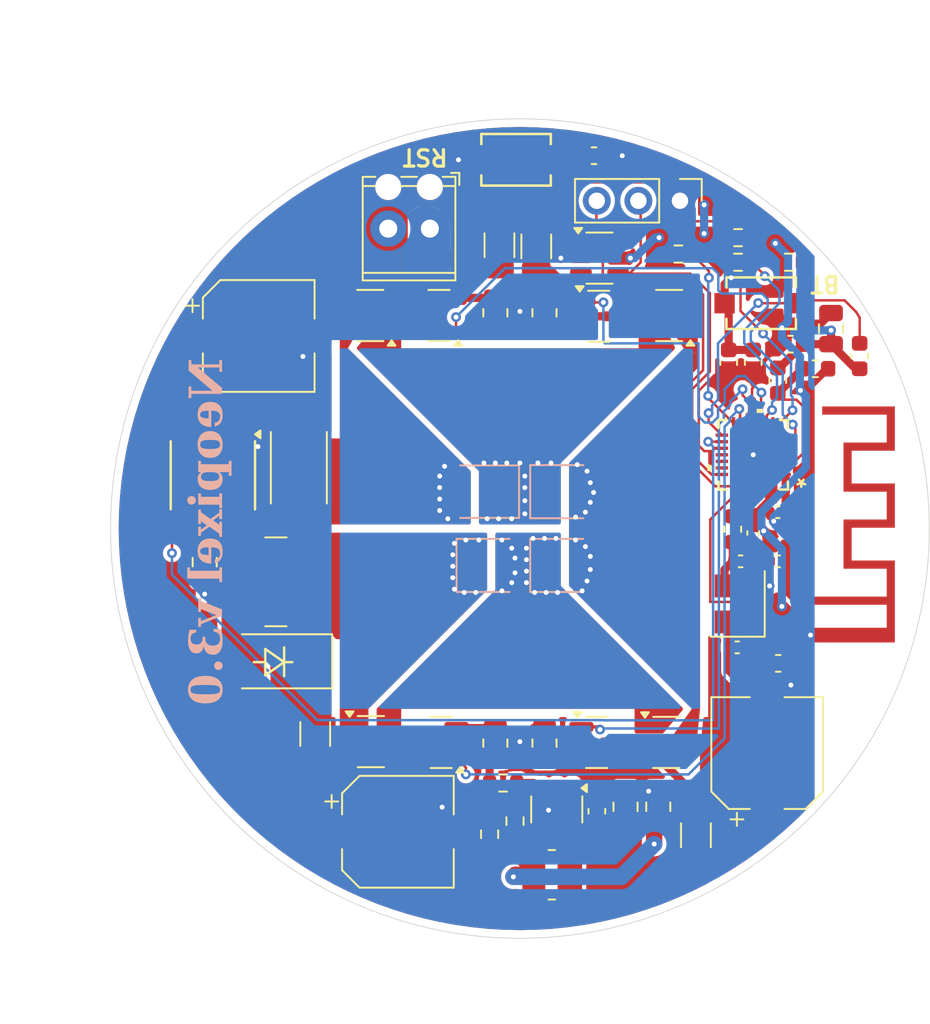
<source format=kicad_pcb>
(kicad_pcb (version 20240108) (generator "pcbnew") (generator_version "8.0")
  (title_block (title "Neopixel project") (date "2025-09-11") (rev "v3.0") (company "Scrarf"))
  (layers (0 "F.Cu" signal) (31 "B.Cu" signal) (34 "B.Paste" user) (35 "F.Paste" user) (36 "B.SilkS" user "B.Silkscreen") (37 "F.SilkS" user "F.Silkscreen") (38 "B.Mask" user) (39 "F.Mask" user) (44 "Edge.Cuts" user))
  (net 0 "")
  (net 1 "GND")
  (net 2 "Net-(AE1-A)")
  (net 3 "24V")
  (net 4 "3v3")
  (net 5 "Net-(C10-Pad1)")
  (net 6 "CHIP_EN")
  (net 7 "BOOT")
  (net 8 "Net-(U3-SW)")
  (net 9 "Net-(U3-BST)")
  (net 10 "OSC_P")
  (net 11 "OSC_N")
  (net 12 "LNA_IN")
  (net 13 "Net-(D1-K)")
  (net 14 "Net-(D1-A)")
  (net 15 "Net-(D2-A)")
  (net 16 "Net-(D3-K)")
  (net 17 "Net-(D4-K)")
  (net 18 "Net-(D5-A)")
  (net 19 "USB_D+")
  (net 20 "USB_D-")
  (net 21 "Net-(U1A-XTAL_P)")
  (net 22 "Net-(Q1-C)")
  (net 23 "PWM_W")
  (net 24 "Net-(Q1-E)")
  (net 25 "Net-(Q2-C)")
  (net 26 "PWM_R")
  (net 27 "Net-(Q2-E)")
  (net 28 "Net-(Q3-C)")
  (net 29 "Net-(Q3-E)")
  (net 30 "PWM_G")
  (net 31 "Net-(Q4-C)")
  (net 32 "Net-(Q4-E)")
  (net 33 "PWM_B")
  (net 34 "Net-(U1A-GPIO2)")
  (net 35 "Net-(U1A-GPIO8)")
  (net 36 "Net-(U3-EN)")
  (net 37 "Net-(U3-FB)")
  (net 38 "CTRL")
  (footprint "Resistor_SMD:R_0603_1608Metric" (layer "F.Cu") (at 102.825 82.625 180)
    (property "Reference" "R17" (hide yes))
    (property "Value" "5k1")
  )
  (footprint "Capacitor_SMD:C_0402_1005Metric" (layer "F.Cu") (at 118.1 67.37 -90)
    (property "Reference" "C5" (hide yes))
    (property "Value" "10nF")
  )
  (footprint "Resistor_SMD:R_1206_3216Metric" (layer "F.Cu") (at 102.6 49.8125 -90)
    (property "Reference" "R1" (hide yes))
    (property "Value" "1k5")
  )
  (footprint "Package_TO_SOT_SMD:TSOT-23-6" (layer "F.Cu") (at 106.1 84.2375 -90)
    (property "Reference" "U3" (hide yes))
    (property "Value" "TD1469")
  )
  (footprint "Capacitor_SMD:CP_Elec_6.3x7.7" (layer "F.Cu") (at 118.95 80.8 90)
    (property "Reference" "C14" (hide yes))
    (property "Value" "100µF")
  )
  (footprint "Resistor_SMD:R_1206_3216Metric" (layer "F.Cu") (at 114.6 85.8125 90)
    (property "Reference" "R5" (hide yes))
    (property "Value" "1k5")
  )
  (footprint "Package_TO_SOT_SMD:SOT-23" (layer "F.Cu") (at 99.0375 80.15 180)
    (property "Reference" "Q4" (hide yes))
    (property "Value" "MMBT3904")
  )
  (footprint "Capacitor_SMD:C_0603_1608Metric" (layer "F.Cu") (at 119.6 58.075 90)
    (property "Reference" "C10" (hide yes))
    (property "Value" "100nF")
  )
  (footprint "Inductor_SMD:L_Ferrocore_DLG-0302" (layer "F.Cu") (at 105.8 88.225 180)
    (property "Reference" "L3" (hide yes))
    (property "Value" "22µH")
  )
  (footprint "Resistor_SMD:R_0805_2012Metric" (layer "F.Cu") (at 102.35 53.9375 -90)
    (property "Reference" "R2" (hide yes))
    (property "Value" "200")
  )
  (footprint "Capacitor_SMD:C_0805_2012Metric" (layer "F.Cu") (at 112.3 84.075 90)
    (property "Reference" "C15" (hide yes))
    (property "Value" "22µF")
  )
  (footprint "Package_TO_SOT_SMD:SOT-23-3" (layer "F.Cu") (at 112.7875 80.15)
    (property "Reference" "Q7" (hide yes))
    (property "Value" "DO3407B")
  )
  (footprint "Resistor_SMD:R_0603_1608Metric" (layer "F.Cu") (at 120.275 50.85)
    (property "Reference" "R10" (hide yes))
    (property "Value" "5k1")
  )
  (footprint "Capacitor_SMD:C_0603_1608Metric" (layer "F.Cu") (at 120.375 55.85)
    (property "Reference" "C9" (hide yes))
    (property "Value" "100nF")
  )
  (footprint "Package_TO_SOT_SMD:SOT-23-3" (layer "F.Cu") (at 94.75 80.1)
    (property "Reference" "Q8" (hide yes))
    (property "Value" "DO3407B")
  )
  (footprint "Resistor_SMD:R_0603_1608Metric" (layer "F.Cu") (at 103.55 84.95 -90)
    (property "Reference" "R16" (hide yes))
    (property "Value" "16k")
  )
  (footprint "Capacitor_SMD:C_0603_1608Metric" (layer "F.Cu") (at 108.55 84.35 -90)
    (property "Reference" "C13" (hide yes))
    (property "Value" "100nF")
  )
  (footprint "Crystal:Crystal_SMD_Abracon_ABM8AIG-4Pin_3.2x2.5mm" (layer "F.Cu") (at 117.15 71.7 90)
    (property "Reference" "Y1" (hide yes))
    (property "Value" "Crystal_GND24")
  )
  (footprint "Package_TO_SOT_SMD:SOT-23" (layer "F.Cu") (at 108.6625 54.15)
    (property "Reference" "Q2" (hide yes))
    (property "Value" "MMBT3904")
  )
  (footprint "Capacitor_SMD:C_0402_1005Metric" (layer "F.Cu") (at 119.6 66.1 180)
    (property "Reference" "C19" (hide yes))
    (property "Value" "DNP")
  )
  (footprint "Capacitor_SMD:C_0402_1005Metric" (layer "F.Cu") (at 117.12 74.35 180)
    (property "Reference" "C18" (hide yes))
    (property "Value" "24pF")
  )
  (footprint "Package_TO_SOT_SMD:SOT-23-3" (layer "F.Cu") (at 94.7125 54.1 180)
    (property "Reference" "Q5" (hide yes))
    (property "Value" "DO3407B")
  )
  (footprint "Capacitor_SMD:C_0402_1005Metric" (layer "F.Cu") (at 117.33 69.1)
    (property "Reference" "C17" (hide yes))
    (property "Value" "24pF")
  )
  (footprint "Diode_SMD:D_SMA" (layer "F.Cu") (at 88.875 75.2 180)
    (property "Reference" "D5" (hide yes))
    (property "Value" "SS34")
  )
  (footprint "Inductor_SMD:L_0603_1608Metric" (layer "F.Cu") (at 116.85 67.1375 -90)
    (property "Reference" "L4" (hide yes))
    (property "Value" "24nH")
  )
  (footprint "Resistor_SMD:R_1206_3216Metric" (layer "F.Cu") (at 91.35 79.6375 -90)
    (property "Reference" "R7" (hide yes))
    (property "Value" "1k5")
  )
  (footprint "Capacitor_SMD:CP_Elec_6.3x7.7" (layer "F.Cu") (at 87.9 55.35)
    (property "Reference" "C1" (hide yes))
    (property "Value" "100µF")
  )
  (footprint "Package_TO_SOT_SMD:SOT-23-6" (layer "F.Cu") (at 108.7125 50.6)
    (property "Reference" "U4" (hide yes))
    (property "Value" "USBLC6-4SC6")
  )
  (footprint "Resistor_SMD:R_0603_1608Metric" (layer "F.Cu") (at 117.175 50.85 180)
    (property "Reference" "R11" (hide yes))
    (property "Value" "10k")
  )
  (footprint "Capacitor_SMD:C_0603_1608Metric" (layer "F.Cu") (at 119.625 75.325)
    (property "Reference" "C4" (hide yes))
    (property "Value" "1µF")
  )
  (footprint "Resistor_SMD:R_0603_1608Metric" (layer "F.Cu") (at 117.175 49.35)
    (property "Reference" "R9" (hide yes))
    (property "Value" "5k1")
  )
  (footprint "Capacitor_SMD:C_0603_1608Metric" (layer "F.Cu") (at 108.375 44.35)
    (property "Reference" "C11" (hide yes))
    (property "Value" "100nF")
  )
  (footprint "Resistor_SMD:R_0603_1608Metric" (layer "F.Cu") (at 102 85.75 90)
    (property "Reference" "R15" (hide yes))
    (property "Value" "1M")
  )
  (footprint "Capacitor_SMD:C_0603_1608Metric" (layer "F.Cu") (at 116.6 56.975 90)
    (property "Reference" "C7" (hide yes))
    (property "Value" "100nF")
  )
  (footprint "Resistor_SMD:R_1206_3216Metric" (layer "F.Cu") (at 104.85 49.8875 -90)
    (property "Reference" "R3" (hide yes))
    (property "Value" "1k5")
  )
  (footprint "TerminalBlock_Phoenix:TerminalBlock_Phoenix_MPT-0,5-2-2.54_1x02_P2.54mm_Horizontal" (layer "F.Cu") (at 98.35 48.8 180)
    (property "Reference" "J3" (hide yes))
    (property "Value" "Screw_Terminal_01x02")
  )
  (footprint "Resistor_SMD:R_0805_2012Metric" (layer "F.Cu") (at 105.35 53.9375 90)
    (property "Reference" "R4" (hide yes))
    (property "Value" "200")
  )
  (footprint "Inductor_SMD:L_Ferrocore_DLG-0504" (layer "F.Cu") (at 88.95 70.35 180)
    (property "Reference" "L1" (hide yes))
    (property "Value" "68µH")
  )
  (footprint "Resistor_SMD:R_2512_6332Metric" (layer "F.Cu") (at 90.35 63.3875 90)
    (property "Reference" "R22" (hide yes))
    (property "Value" "0.333")
  )
  (footprint "Capacitor_SMD:C_0805_2012Metric" (layer "F.Cu") (at 84.6 69.15 90)
    (property "Reference" "C3" (hide yes))
    (property "Value" "22µF")
  )
  (footprint "Resistor_SMD:R_0805_2012Metric" (layer "F.Cu") (at 105.35 80.1875 90)
    (property "Reference" "R6" (hide yes))
    (property "Value" "200")
  )
  (footprint "Capacitor_SMD:C_0603_1608Metric" (layer "F.Cu") (at 118.1 56.975 90)
    (property "Reference" "C6" (hide yes))
    (property "Value" "100nF")
  )
  (footprint "Capacitor_SMD:C_0603_1608Metric" (layer "F.Cu") (at 124.6 56.575 -90)
    (property "Reference" "C12" (hide yes))
    (property "Value" "100nF")
  )
  (footprint "Package_TO_SOT_SMD:SOT-23" (layer "F.Cu") (at 98.9125 54.1 180)
    (property "Reference" "Q1" (hide yes))
    (property "Value" "MMBT3904")
  )
  (footprint "ESP8685:QFN284X4_EXP" (layer "F.Cu") (at 118.1 62.6 180)
    (property "Reference" "U1" (hide yes))
    (property "Value" "ESP8685H4")
  )
  (footprint "Package_TO_SOT_SMD:SOT-23" (layer "F.Cu") (at 108.5375 80.15)
    (property "Reference" "Q3" (hide yes))
    (property "Value" "MMBT3904")
  )
  (footprint "RF_Antenna:Texas_SWRA117D_2.4GHz_Left" (layer "F.Cu") (at 121.6 71.5 -90)
    (property "Reference" "AE1" (hide yes))
    (property "Value" "Antenna_Shield")
  )
  (footprint "Inductor_SMD:L_0603_1608Metric" (layer "F.Cu") (at 121.8875 57.35 180)
    (property "Reference" "L2" (hide yes))
    (property "Value" "2nH")
  )
  (footprint "TS-1088-AR02016:SW_TS-1088_XNP" (layer "F.Cu") (at 103.6148 44.6)
    (property "Reference" "SW2" (hide yes))
    (property "Value" "TS-1088-AR02016")
  )
  (footprint "Capacitor_SMD:C_0805_2012Metric" (layer "F.Cu") (at 110.3 84.075 90)
    (property "Reference" "C16" (hide yes))
    (property "Value" "22µF")
  )
  (footprint "Package_TO_SOT_SMD:SOT-23-3" (layer "F.Cu") (at 112.9625 54.1 180)
    (property "Reference" "Q6" (hide yes))
    (property "Value" "DO3407B")
  )
  (footprint "Connector_PinHeader_2.54mm:PinHeader_1x03_P2.54mm_Vertical" (layer "F.Cu") (at 113.625 47.1 -90)
    (property "Reference" "J1" (hide yes))
    (property "Value" "Conn_01x03_Pin")
  )
  (footprint "Capacitor_SMD:C_0805_2012Metric" (layer "F.Cu") (at 122.85 54.9 -90)
    (property "Reference" "C8" (hide yes))
    (property "Value" "10µF")
  )
  (footprint "Capacitor_SMD:C_0402_1005Metric" (layer "F.Cu") (at 119.62 69.1 180)
    (property "Reference" "C20" (hide yes))
    (property "Value" "DNP")
  )
  (footprint "Inductor_SMD:L_0402_1005Metric" (layer "F.Cu") (at 120.1 67.585 -90)
    (property "Reference" "L5" (hide yes))
    (property "Value" "0")
  )
  (footprint "Resistor_SMD:R_0603_1608Metric" (layer "F.Cu") (at 113.525 50.35 180)
    (property "Reference" "R12" (hide yes))
    (property "Value" "10k")
  )
  (footprint "TS-1088-AR02016:SW_TS-1088_XNP" (layer "F.Cu") (at 118.5852 53.35)
    (property "Reference" "SW1" (hide yes))
    (property "Value" "TS-1088-AR02016")
  )
  (footprint "Resistor_SMD:R_0805_2012Metric" (layer "F.Cu") (at 102.35 80.1875 -90)
    (property "Reference" "R8" (hide yes))
    (property "Value" "200")
  )
  (footprint "Package_SO:Diodes_SO-8EP" (layer "F.Cu") (at 85.1 63.85 -90)
    (property "Reference" "U2" (hide yes))
    (property "Value" "AL8843")
  )
  (footprint "Capacitor_SMD:CP_Elec_6.3x7.7" (layer "F.Cu") (at 96.4 85.6)
    (property "Reference" "C2" (hide yes))
    (property "Value" "100µF")
  )
  (footprint "LED_SMD:LED_PLCC_2835" (layer "B.Cu") (at 101.6 64.85 180)
    (property "Reference" "D1" (hide yes))
    (property "Value" "W")
  )
  (footprint "LED_SMD:LED_Luminus_MP-3030-1100_3.0x3.0mm" (layer "B.Cu") (at 101.6 69.35)
    (property "Reference" "D4" (hide yes))
    (property "Value" "B")
  )
  (footprint "LED_SMD:LED_Luminus_MP-3030-1100_3.0x3.0mm" (layer "B.Cu") (at 106.1 69.35)
    (property "Reference" "D3" (hide yes))
    (property "Value" "G")
  )
  (footprint "LED_SMD:LED_Luminus_MP-3030-1100_3.0x3.0mm" (layer "B.Cu") (at 106.1 64.85)
    (property "Reference" "D2" (hide yes))
    (property "Value" "R")
  )
  (gr_line (start 89.45 75.25) (end 89.95 75.25) (stroke (width 0.15)) (layer "F.SilkS"))
  (gr_line (start 89.45 74.35) (end 89.45 76.1) (stroke (width 0.15)) (layer "F.SilkS"))
  (gr_line (start 88.3 75.25) (end 87.6 75.25) (stroke (width 0.15)) (layer "F.SilkS"))
  (gr_line (start 88.3 74.45) (end 88.3 76.05) (stroke (width 0.15)) (layer "F.SilkS"))
  (gr_line (start 88.3 76.05) (end 89.45 75.25) (stroke (width 0.15)) (layer "F.SilkS"))
  (gr_line (start 89.45 75.25) (end 88.299993 74.45001) (stroke (width 0.15)) (layer "F.SilkS"))
  (gr_circle (center 103.85 67.1) (end 128.85 67.1) (stroke (width 0.05)) (fill none) (layer "Edge.Cuts"))
  (gr_text "Neopixel v3.0" (at 86 67.3 90) (layer "B.SilkS") (effects (font (size 2 2) (thickness 0.2) (bold yes)) (justify bottom mirror)))
  (gr_text "RST" (at 99.55 43.85 180) (layer "F.SilkS") (effects (font (size 1 1) (thickness 0.2) (bold yes)) (justify left bottom)))
  (gr_text "BT" (at 123.5 51.6 180) (layer "F.SilkS") (effects (font (size 1 1) (thickness 0.2) (bold yes)) (justify left bottom)))
  (segment (start 119.1 70.6) (end 119.1 69.14) (width 0.5) (layer "F.Cu") (net 1))
  (segment (start 104.675 53.025) (end 103.85 53.85) (width 0.5) (layer "F.Cu") (net 1))
  (segment (start 102.85 81.1) (end 103.85 80.1) (width 0.5) (layer "F.Cu") (net 1))
  (segment (start 117.95 70.6) (end 119.1 70.6) (width 0.5) (layer "F.Cu") (net 1))
  (segment (start 118.1 67.85) (end 118.1 68.81) (width 0.5) (layer "F.Cu") (net 1))
  (segment (start 90.6 55.35) (end 90.6 56.6) (width 0.5) (layer "F.Cu") (net 1))
  (segment (start 118.1 68.81) (end 117.81 69.1) (width 0.5) (layer "F.Cu") (net 1))
  (segment (start 119.12 66.420517) (end 119.351525 66.652042) (width 0.15) (layer "F.Cu") (net 1))
  (segment (start 102 81.45) (end 102.35 81.1) (width 0.5) (layer "F.Cu") (net 1))
  (segment (start 116.6 56.2) (end 118.1 56.2) (width 0.5) (layer "F.Cu") (net 1))
  (segment (start 120.4 75.325) (end 120.4 76.65) (width 0.5) (layer "F.Cu") (net 1))
  (segment (start 119.1 69.14) (end 119.14 69.1) (width 0.5) (layer "F.Cu") (net 1))
  (segment (start 116.64 75.79) (end 116.64 74.35) (width 0.5) (layer "F.Cu") (net 1))
  (segment (start 110.3 83.125) (end 112.3 83.125) (width 0.4) (layer "F.Cu") (net 1))
  (segment (start 116.64 73.09) (end 116.35 72.8) (width 0.5) (layer "F.Cu") (net 1))
  (segment (start 99.1 85.6) (end 99.1 84.1) (width 0.5) (layer "F.Cu") (net 1))
  (segment (start 87.1025 61.3525) (end 87.85 62.1) (width 0.5) (layer "F.Cu") (net 1))
  (segment (start 116.64 74.35) (end 116.64 73.09) (width 0.5) (layer "F.Cu") (net 1))
  (segment (start 112.3 83.125) (end 111.712953 83.125) (width 0.4) (layer "F.Cu") (net 1))
  (segment (start 106.1 83.1) (end 106.1 83.784178) (width 0.4) (layer "F.Cu") (net 1))
  (segment (start 116.35 52.198006) (end 116.75 51.798006) (width 0.5) (layer "F.Cu") (net 1))
  (segment (start 102.35 54.85) (end 102.85 54.85) (width 0.5) (layer "F.Cu") (net 1))
  (segment (start 107.575 50.6) (end 106.35 50.6) (width 0.5) (layer "F.Cu") (net 1))
  (segment (start 118.95 78.1) (end 116.64 75.79) (width 0.5) (layer "F.Cu") (net 1))
  (segment (start 122.85 55.85) (end 121.15 55.85) (width 0.5) (layer "F.Cu") (net 1))
  (segment (start 124.6 57.35) (end 124.35 57.35) (width 0.5) (layer "F.Cu") (net 1))
  (segment (start 102.85 54.85) (end 103.85 53.85) (width 0.5) (layer "F.Cu") (net 1))
  (segment (start 118.1 69.1) (end 119.14 69.1) (width 0.5) (layer "F.Cu") (net 1))
  (segment (start 106.1 83.784178) (end 105.600516 84.283662) (width 0.4) (layer "F.Cu") (net 1))
  (segment (start 104.675 79.275) (end 103.85 80.1) (width 0.5) (layer "F.Cu") (net 1))
  (segment (start 105.35 53.025) (end 104.675 53.025) (width 0.5) (layer "F.Cu") (net 1))
  (segment (start 116.6 56.2) (end 116.6 53.6) (width 0.5) (layer "F.Cu") (net 1))
  (segment (start 102 82.625) (end 102 81.45) (width 0.5) (layer "F.Cu") (net 1))
  (segment (start 124.35 57.35) (end 122.85 55.85) (width 0.5) (layer "F.Cu") (net 1))
  (segment (start 116.35 53.35) (end 116.35 52.198006) (width 0.5) (layer "F.Cu") (net 1))
  (segment (start 119.6 57.3) (end 119.7 57.3) (width 0.5) (layer "F.Cu") (net 1))
  (segment (start 119.12 66.349999) (end 119.12 66.1) (width 0.5) (layer "F.Cu") (net 1))
  (segment (start 120.4 76.65) (end 118.95 78.1) (width 0.5) (layer "F.Cu") (net 1))
  (segment (start 101.3796 44.6) (end 100.1 44.6) (width 0.5) (layer "F.Cu") (net 1))
  (segment (start 84.6 70.1) (end 84.6 71.1) (width 0.5) (layer "F.Cu") (net 1))
  (segment (start 102.35 81.1) (end 102.85 81.1) (width 0.5) (layer "F.Cu") (net 1))
  (segment (start 119.7 57.3) (end 121.15 55.85) (width 0.5) (layer "F.Cu") (net 1))
  (segment (start 87.005 61.3525) (end 87.1025 61.3525) (width 0.5) (layer "F.Cu") (net 1))
  (segment (start 105.35 79.275) (end 104.675 79.275) (width 0.5) (layer "F.Cu") (net 1))
  (segment (start 87.005 61.3525) (end 85.735 61.3525) (width 0.5) (layer "F.Cu") (net 1))
  (segment (start 117.81 69.1) (end 118.1 69.1) (width 0.5) (layer "F.Cu") (net 1))
  (segment (start 109.15 44.35) (end 110.1 44.35) (width 0.5) (layer "F.Cu") (net 1))
  (segment (start 118.85 77.95) (end 118.85 77.9) (width 0.5) (layer "F.Cu") (net 1))
  (segment (start 122.85 55.010662) (end 122.855331 55.005331) (width 0.5) (layer "F.Cu") (net 1))
  (segment (start 124.65 57.4) (end 124.6 57.35) (width 0.5) (layer "F.Cu") (net 1))
  (segment (start 119.12 66.1) (end 119.12 66.420517) (width 0.15) (layer "F.Cu") (net 1))
  (segment (start 122.85 55.85) (end 122.85 55.010662) (width 0.5) (layer "F.Cu") (net 1))
  (via (at 110.1 44.35) (size 0.6) (drill 0.3) (layers "F.Cu" "B.Cu") (net 1))
  (via (at 111.712953 83.125) (size 0.6) (drill 0.3) (layers "F.Cu" "B.Cu") (net 1))
  (via (at 116.75 51.798006) (size 0.6) (drill 0.3) (layers "F.Cu" "B.Cu") (net 1))
  (via (at 119.351525 66.652042) (size 0.6) (drill 0.3) (layers "F.Cu" "B.Cu") (net 1))
  (via (at 122.855331 55.005331) (size 0.6) (drill 0.3) (layers "F.Cu" "B.Cu") (net 1))
  (via (at 87.85 62.1) (size 0.6) (drill 0.3) (layers "F.Cu" "B.Cu") (net 1))
  (via (at 119.1 70.6) (size 0.6) (drill 0.3) (layers "F.Cu" "B.Cu") (net 1))
  (via (at 106.35 50.6) (size 0.6) (drill 0.3) (layers "F.Cu" "B.Cu") (net 1))
  (via (at 103.85 53.85) (size 0.6) (drill 0.3) (layers "F.Cu" "B.Cu") (net 1))
  (via (at 103.85 80.1) (size 0.6) (drill 0.3) (layers "F.Cu" "B.Cu") (net 1))
  (via (at 100.1 44.6) (size 0.6) (drill 0.3) (layers "F.Cu" "B.Cu") (net 1))
  (via (at 120.4 76.65) (size 0.6) (drill 0.3) (layers "F.Cu" "B.Cu") (net 1))
  (via (at 105.600516 84.283662) (size 0.6) (drill 0.3) (layers "F.Cu" "B.Cu") (net 1))
  (via (at 99.1 84.1) (size 0.6) (drill 0.3) (layers "F.Cu" "B.Cu") (net 1))
  (via (at 118.1 62.6) (size 0.6) (drill 0.3) (layers "F.Cu" "B.Cu") (net 1))
  (via (at 90.6 56.6) (size 0.6) (drill 0.3) (layers "F.Cu" "B.Cu") (net 1))
  (via (at 84.6 71.1) (size 0.6) (drill 0.3) (layers "F.Cu" "B.Cu") (net 1))
  (segment (start 122.855331 55.005331) (end 121.505331 55.005331) (width 0.5) (layer "B.Cu") (net 1))
  (segment (start 121.505331 55.005331) (end 121.45 54.95) (width 0.5) (layer "B.Cu") (net 1))
  (segment (start 120.1 69.1) (end 120.1 68.07) (width 0.5) (layer "F.Cu") (net 2))
  (segment (start 120.75 71.5) (end 121.6 71.5) (width 0.5) (layer "F.Cu") (net 2))
  (segment (start 120.1 70.85) (end 120.75 71.5) (width 0.5) (layer "F.Cu") (net 2))
  (segment (start 120.1 69.1) (end 120.1 70.85) (width 0.5) (layer "F.Cu") (net 2))
  (segment (start 109.625 84.35) (end 110.3 85.025) (width 0.25) (layer "F.Cu") (net 3))
  (segment (start 106.1 84.986592) (end 106.736592 84.35) (width 0.25) (layer "F.Cu") (net 3))
  (segment (start 84.6 66.4825) (end 84.465 66.3475) (width 0.5) (layer "F.Cu") (net 3))
  (segment (start 106.1 85.375) (end 106.1 84.986592) (width 0.25) (layer "F.Cu") (net 3))
  (segment (start 102.675 48.425) (end 102.6 48.35) (width 0.5) (layer "F.Cu") (net 3))
  (segment (start 84.6 68.2) (end 84.6 66.4825) (width 0.5) (layer "F.Cu") (net 3))
  (segment (start 106.736592 84.35) (end 109.625 84.35) (width 0.25) (layer "F.Cu") (net 3))
  (segment (start 104.85 48.425) (end 102.675 48.425) (width 0.5) (layer "F.Cu") (net 3))
  (segment (start 122.6 57.35) (end 121.6 58.35) (width 0.5) (layer "F.Cu") (net 4))
  (segment (start 118.1 60.301004) (end 118.1 60.6823) (width 0.15) (layer "F.Cu") (net 4))
  (segment (start 118.1 66.14025) (end 118.900001 65.340249) (width 0.15) (layer "F.Cu") (net 4))
  (segment (start 119.45 50.639339) (end 119.555331 50.74467) (width 0.5) (layer "F.Cu") (net 4))
  (segment (start 104.7 88.225) (end 103.575 88.225) (width 1) (layer "F.Cu") (net 4))
  (segment (start 114.775 58.691116) (end 115.108058 58.358058) (width 0.15) (layer "F.Cu") (net 4))
  (segment (start 115.111827 62.375) (end 114.775 62.038173) (width 0.15) (layer "F.Cu") (net 4))
  (segment (start 103.55 85.775) (end 103.55 87.075) (width 0.5) (layer "F.Cu") (net 4))
  (segment (start 115.716116 57.75) (end 115.108058 58.358058) (width 0.15) (layer "F.Cu") (net 4))
  (segment (start 118.025 58.575) (end 118.025 59.046142) (width 0.15) (layer "F.Cu") (net 4))
  (segment (start 118.1 66.89) (end 118.1 66.14025) (width 0.15) (layer "F.Cu") (net 4))
  (segment (start 118.1 57.540948) (end 119.6 56.040948) (width 0.25) (layer "F.Cu") (net 4))
  (segment (start 122.2 54.6) (end 121.6 54.6) (width 0.5) (layer "F.Cu") (net 4))
  (segment (start 116.1823 62.200001) (end 115.763172 62.200001) (width 0.15) (layer "F.Cu") (net 4))
  (segment (start 118.140249 66.1) (end 118.900001 65.340248) (width 0.15) (layer "F.Cu") (net 4))
  (segment (start 118.025 59.046142) (end 118.193399 59.214541) (width 0.15) (layer "F.Cu") (net 4))
  (segment (start 103.55 87.075) (end 104.7 88.225) (width 0.5) (layer "F.Cu") (net 4))
  (segment (start 118.193399 60.207605) (end 118.1 60.301004) (width 0.15) (layer "F.Cu") (net 4))
  (segment (start 122.85 53.95) (end 122.2 54.6) (width 0.5) (layer "F.Cu") (net 4))
  (segment (start 104.7 88.125) (end 104.65 88.125) (width 0.2) (layer "F.Cu") (net 4))
  (segment (start 113.2625 85.6125) (end 116.8375 85.6125) (width 1) (layer "F.Cu") (net 4))
  (segment (start 118.1 58.5) (end 118.025 58.575) (width 0.15) (layer "F.Cu") (net 4))
  (segment (start 118.85 75.325) (end 119.85 74.325) (width 0.5) (layer "F.Cu") (net 4))
  (segment (start 112.675 85.025) (end 113.2625 85.6125) (width 1) (layer "F.Cu") (net 4))
  (segment (start 115.763172 62.200001) (end 115.588173 62.375) (width 0.15) (layer "F.Cu") (net 4))
  (segment (start 118.900001 64.5177) (end 119.3 64.5177) (width 0.15) (layer "F.Cu") (net 4))
  (segment (start 116.6 57.75) (end 118.1 57.75) (width 0.5) (layer "F.Cu") (net 4))
  (segment (start 118.193399 59.214541) (end 118.193399 60.207605) (width 0.15) (layer "F.Cu") (net 4))
  (segment (start 118.387672 66.89) (end 118.737786 67.240114) (width 0.15) (layer "F.Cu") (net 4))
  (segment (start 119.45 49.7) (end 119.45 50.639339) (width 0.5) (layer "F.Cu") (net 4))
  (segment (start 115.588173 62.375) (end 115.111827 62.375) (width 0.15) (layer "F.Cu") (net 4))
  (segment (start 112.05 85.275) (end 112.3 85.025) (width 1) (layer "F.Cu") (net 4))
  (segment (start 118.1 57.75) (end 118.1 58.5) (width 0.15) (layer "F.Cu") (net 4))
  (segment (start 118.900001 65.340249) (end 118.900001 64.5177) (width 0.15) (layer "F.Cu") (net 4))
  (segment (start 114.775 62.038173) (end 114.775 58.691116) (width 0.15) (layer "F.Cu") (net 4))
  (segment (start 103.575 88.225) (end 103.45 88.35) (width 1) (layer "F.Cu") (net 4))
  (segment (start 119.6 56.040948) (end 119.6 55.85) (width 0.25) (layer "F.Cu") (net 4))
  (segment (start 122.675 57.35) (end 122.6 57.35) (width 0.5) (layer "F.Cu") (net 4))
  (segment (start 118.900001 65.340248) (end 118.900001 64.5177) (width 0.15) (layer "F.Cu") (net 4))
  (segment (start 118.1 66.89) (end 118.387672 66.89) (width 0.15) (layer "F.Cu") (net 4))
  (segment (start 119.85 74.325) (end 119.85 71.85) (width 0.5) (layer "F.Cu") (net 4))
  (segment (start 116.8375 85.6125) (end 118.95 83.5) (width 1) (layer "F.Cu") (net 4))
  (segment (start 116.6 57.75) (end 115.716116 57.75) (width 0.15) (layer "F.Cu") (net 4))
  (segment (start 116.1823 62.200001) (end 115.796299 62.200001) (width 0.15) (layer "F.Cu") (net 4))
  (segment (start 118.1 57.75) (end 118.1 57.540948) (width 0.25) (layer "F.Cu") (net 4))
  (segment (start 112.05 86.35) (end 112.05 85.275) (width 1) (layer "F.Cu") (net 4))
  (segment (start 112.3 85.025) (end 112.675 85.025) (width 1) (layer "F.Cu") (net 4))
  (segment (start 109.85 50.6) (end 110.6 50.6) (width 0.5) (layer "F.Cu") (net 4))
  (via (at 103.45 88.35) (size 0.6) (drill 0.3) (layers "F.Cu" "B.Cu") (net 4))
  (via (at 112.35 49.35) (size 0.6) (drill 0.3) (layers "F.Cu" "B.Cu") (net 4))
  (via (at 115.1 47.35) (size 0.6) (drill 0.3) (layers "F.Cu" "B.Cu") (net 4))
  (via (at 119.85 71.85) (size 0.6) (drill 0.3) (layers "F.Cu" "B.Cu") (net 4))
  (via (at 119.85 54.85) (size 0.6) (drill 0.3) (layers "F.Cu" "B.Cu") (net 4))
  (via (at 119.45 49.7) (size 0.6) (drill 0.3) (layers "F.Cu" "B.Cu") (net 4))
  (via (at 115.1 49.1) (size 0.6) (drill 0.3) (layers "F.Cu" "B.Cu") (net 4))
  (via (at 112.05 86.35) (size 0.6) (drill 0.3) (layers "F.Cu" "B.Cu") (net 4))
  (via (at 110.6 50.6) (size 0.6) (drill 0.3) (layers "F.Cu" "B.Cu") (net 4))
  (via (at 120.980136 58.672979) (size 0.6) (drill 0.3) (layers "F.Cu" "B.Cu") (net 4))
  (via (at 118.737786 67.240114) (size 0.6) (drill 0.3) (layers "F.Cu" "B.Cu") (net 4))
  (segment (start 119.85 54.85) (end 120.225 54.475) (width 0.5) (layer "B.Cu") (net 4))
  (segment (start 110.05 88.35) (end 112.05 86.35) (width 1) (layer "B.Cu") (net 4))
  (segment (start 118.601525 67.103853) (end 118.601525 66.090937) (width 0.5) (layer "B.Cu") (net 4))
  (segment (start 120.95 58.642843) (end 120.95 56.6) (width 0.5) (layer "B.Cu") (net 4))
  (segment (start 110.6 50.6) (end 110.85 50.6) (width 0.5) (layer "B.Cu") (net 4))
  (segment (start 121.309788 59.002631) (end 120.980136 58.672979) (width 0.5) (layer "B.Cu") (net 4))
  (segment (start 121.309788 63.382674) (end 121.309788 59.002631) (width 0.5) (layer "B.Cu") (net 4))
  (segment (start 118.601525 66.090937) (end 121.309788 63.382674) (width 0.5) (layer "B.Cu") (net 4))
  (segment (start 108.6 88.35) (end 110.05 88.35) (width 1) (layer "B.Cu") (net 4))
  (segment (start 119.85 68.352328) (end 118.737786 67.240114) (width 0.5) (layer "B.Cu") (net 4))
  (segment (start 120.225 50.475) (end 119.45 49.7) (width 0.5) (layer "B.Cu") (net 4))
  (segment (start 115.1 49.1) (end 115.1 47.35) (width 0.5) (layer "B.Cu") (net 4))
  (segment (start 110.85 50.6) (end 111.85 49.6) (width 0.5) (layer "B.Cu") (net 4))
  (segment (start 111.85 49.6) (end 112.1 49.35) (width 0.5) (layer "B.Cu") (net 4))
  (segment (start 103.45 88.35) (end 103.85 88.35) (width 1) (layer "B.Cu") (net 4))
  (segment (start 120.225 54.475) (end 120.225 50.475) (width 0.5) (layer "B.Cu") (net 4))
  (segment (start 120.95 56.6) (end 119.85 55.5) (width 0.5) (layer "B.Cu") (net 4))
  (segment (start 118.737786 67.240114) (end 118.601525 67.103853) (width 0.5) (layer "B.Cu") (net 4))
  (segment (start 120.980136 58.672979) (end 120.95 58.642843) (width 0.5) (layer "B.Cu") (net 4))
  (segment (start 112.1 49.35) (end 112.35 49.35) (width 0.5) (layer "B.Cu") (net 4))
  (segment (start 119.85 55.5) (end 119.85 54.85) (width 0.5) (layer "B.Cu") (net 4))
  (segment (start 103.85 88.35) (end 108.6 88.35) (width 1) (layer "B.Cu") (net 4))
  (segment (start 119.85 71.85) (end 119.85 68.352328) (width 0.5) (layer "B.Cu") (net 4))
  (segment (start 119.987517 59.237517) (end 119.6 58.85) (width 0.15) (layer "F.Cu") (net 5))
  (segment (start 120.0177 63.400001) (end 120.0177 62.999999) (width 0.15) (layer "F.Cu") (net 5))
  (segment (start 120.0177 62.999999) (end 120.650301 62.999999) (width 0.15) (layer "F.Cu") (net 5))
  (segment (start 121.125 62.5253) (end 121.125 59.623623) (width 0.15) (layer "F.Cu") (net 5))
  (segment (start 121.125 59.623623) (end 120.738894 59.237517) (width 0.15) (layer "F.Cu") (net 5))
  (segment (start 120.738894 59.237517) (end 119.987517 59.237517) (width 0.15) (layer "F.Cu") (net 5))
  (segment (start 120.650301 62.999999) (end 121.125 62.5253) (width 0.15) (layer "F.Cu") (net 5))
  (segment (start 119.6 58.85) (end 121.1 57.35) (width 0.5) (layer "F.Cu") (net 5))
  (segment (start 118.7 55.2) (end 118.692376 55.207624) (width 0.15) (layer "F.Cu") (net 6))
  (segment (start 112.1 45.975) (end 112.5 46.375) (width 0.15) (layer "F.Cu") (net 6))
  (segment (start 107.35 44.35) (end 107.1 44.6) (width 0.15) (layer "F.Cu") (net 6))
  (segment (start 119.725 60.8557) (end 119.725 60.657507) (width 0.15) (layer "F.Cu") (net 6))
  (segment (start 118.7 55.2) (end 117.325 53.825) (width 0.15) (layer "F.Cu") (net 6))
  (segment (start 119.725 60.657507) (end 120.5 59.882507) (width 0.15) (layer "F.Cu") (net 6))
  (segment (start 117.325 53.825) (end 117.325 49.35) (width 0.15) (layer "F.Cu") (net 6))
  (segment (start 117.325 48.7) (end 117.325 49.35) (width 0.15) (layer "F.Cu") (net 6))
  (segment (start 112.5 46.375) (end 112.5 48.225) (width 0.15) (layer "F.Cu") (net 6))
  (segment (start 112.625 48.35) (end 116.975 48.35) (width 0.15) (layer "F.Cu") (net 6))
  (segment (start 116.975 48.35) (end 117.325 48.7) (width 0.15) (layer "F.Cu") (net 6))
  (segment (start 118 49.35) (end 117.325 49.35) (width 0.15) (layer "F.Cu") (net 6))
  (segment (start 112.5 48.225) (end 112.625 48.35) (width 0.15) (layer "F.Cu") (net 6))
  (segment (start 120.0177 61.1484) (end 119.725 60.8557) (width 0.15) (layer "F.Cu") (net 6))
  (segment (start 107.1 44.6) (end 105.85 44.6) (width 0.15) (layer "F.Cu") (net 6))
  (segment (start 120.0177 61.4) (end 120.0177 61.1484) (width 0.15) (layer "F.Cu") (net 6))
  (segment (start 107.6 44.35) (end 107.35 44.35) (width 0.15) (layer "F.Cu") (net 6))
  (segment (start 105.85 44.6) (end 107.225 45.975) (width 0.15) (layer "F.Cu") (net 6))
  (segment (start 107.225 45.975) (end 112.1 45.975) (width 0.15) (layer "F.Cu") (net 6))
  (via (at 120.5 59.882507) (size 0.6) (drill 0.3) (layers "F.Cu" "B.Cu") (net 6))
  (via (at 118.7 55.2) (size 0.6) (drill 0.3) (layers "F.Cu" "B.Cu") (net 6))
  (segment (start 118.7 55.2) (end 120.405136 56.905136) (width 0.15) (layer "B.Cu") (net 6))
  (segment (start 120.5 59.076169) (end 120.5 59.882507) (width 0.15) (layer "B.Cu") (net 6))
  (segment (start 120.405136 58.981305) (end 120.5 59.076169) (width 0.15) (layer "B.Cu") (net 6))
  (segment (start 120.405136 56.905136) (end 120.405136 58.981305) (width 0.15) (layer "B.Cu") (net 6))
  (segment (start 120.8204 53.35) (end 118.416116 53.35) (width 0.15) (layer "F.Cu") (net 7))
  (segment (start 123.675 53.175) (end 120.9954 53.175) (width 0.15) (layer "F.Cu") (net 7))
  (segment (start 124.383122 53.883122) (end 123.675 53.175) (width 0.15) (layer "F.Cu") (net 7))
  (segment (start 120.9954 53.175) (end 120.8204 53.35) (width 0.15) (layer "F.Cu") (net 7))
  (segment (start 120.8204 53.35) (end 120.8204 51.1296) (width 0.15) (layer "F.Cu") (net 7))
  (segment (start 115.375 60.057148) (end 115.375 60.5927) (width 0.15) (layer "F.Cu") (net 7))
  (segment (start 124.6 55.8) (end 124.6 54.228829) (width 0.15) (layer "F.Cu") (net 7))
  (segment (start 115.375 60.5927) (end 116.1823 61.4) (width 0.15) (layer "F.Cu") (net 7))
  (segment (start 118.416116 53.35) (end 118.404306 53.33819) (width 0.15) (layer "F.Cu") (net 7))
  (segment (start 120.8204 51.1296) (end 121.1 50.85) (width 0.15) (layer "F.Cu") (net 7))
  (segment (start 124.6 54.228829) (end 124.383122 53.883122) (width 0.15) (layer "F.Cu") (net 7))
  (via (at 118.404306 53.33819) (size 0.6) (drill 0.3) (layers "F.Cu" "B.Cu") (net 7))
  (via (at 115.375 60.057148) (size 0.6) (drill 0.3) (layers "F.Cu" "B.Cu") (net 7))
  (segment (start 115.586741 59.588259) (end 115.95 59.225) (width 0.15) (layer "B.Cu") (net 7))
  (segment (start 115.586741 59.845407) (end 115.586741 59.588259) (width 0.15) (layer "B.Cu") (net 7))
  (segment (start 115.375 60.057148) (end 115.586741 59.845407) (width 0.15) (layer "B.Cu") (net 7))
  (segment (start 115.95 59.225) (end 115.95 55.792496) (width 0.15) (layer "B.Cu") (net 7))
  (segment (start 115.95 55.792496) (end 118.404306 53.33819) (width 0.15) (layer "B.Cu") (net 7))
  (segment (start 107.525 83.575) (end 107.05 83.1) (width 0.5) (layer "F.Cu") (net 9))
  (segment (start 108.55 83.575) (end 107.525 83.575) (width 0.5) (layer "F.Cu") (net 9))
  (segment (start 116.62 70.33) (end 116.35 70.6) (width 0.15) (layer "F.Cu") (net 10))
  (segment (start 116.35 69.6) (end 116.85 69.1) (width 0.5) (layer "F.Cu") (net 10))
  (segment (start 116.85 69.1) (end 116.85 67.925) (width 0.5) (layer "F.Cu") (net 10))
  (segment (start 116.35 70.6) (end 116.35 69.6) (width 0.5) (layer "F.Cu") (net 10))
  (segment (start 117.95 72.8) (end 117.95 72.45) (width 0.15) (layer "F.Cu") (net 11))
  (segment (start 115.475 66.54567) (end 116.84697 65.1737) (width 0.15) (layer "F.Cu") (net 11))
  (segment (start 115.475 71.575) (end 115.475 66.54567) (width 0.15) (layer "F.Cu") (net 11))
  (segment (start 117.075 71.575) (end 115.475 71.575) (width 0.15) (layer "F.Cu") (net 11))
  (segment (start 118.076601 65.1737) (end 118.1 65.150301) (width 0.15) (layer "F.Cu") (net 11))
  (segment (start 117.6 74.35) (end 117.6 73.15) (width 0.5) (layer "F.Cu") (net 11))
  (segment (start 118.1 65.150301) (end 118.1 64.5177) (width 0.15) (layer "F.Cu") (net 11))
  (segment (start 117.6 73.15) (end 117.95 72.8) (width 0.5) (layer "F.Cu") (net 11))
  (segment (start 116.84697 65.1737) (end 118.076601 65.1737) (width 0.15) (layer "F.Cu") (net 11))
  (segment (start 117.95 72.45) (end 117.075 71.575) (width 0.15) (layer "F.Cu") (net 11))
  (segment (start 120.151525 66.171525) (end 120.08 66.1) (width 0.5) (layer "F.Cu") (net 12))
  (segment (start 120.08 63.8623) (end 120.0177 63.8) (width 0.15) (layer "F.Cu") (net 12))
  (segment (start 120.08 66.1) (end 120.08 63.951601) (width 0.5) (layer "F.Cu") (net 12))
  (segment (start 120.1 67.1) (end 120.151525 67.048475) (width 0.5) (layer "F.Cu") (net 12))
  (segment (start 120.08 63.951601) (end 120.0177 63.951601) (width 0.5) (layer "F.Cu") (net 12))
  (segment (start 120.151525 67.048475) (end 120.151525 66.171525) (width 0.5) (layer "F.Cu") (net 12))
  (via (at 101.85 66.5) (size 0.6) (drill 0.3) (layers "F.Cu" "B.Cu") (net 13))
  (via (at 104.15 63.9) (size 0.6) (drill 0.3) (layers "F.Cu" "B.Cu") (net 13))
  (via (at 102.35 63.1) (size 0.6) (drill 0.3) (layers "F.Cu" "B.Cu") (net 13))
  (via (at 103.35 66.5) (size 0.6) (drill 0.3) (layers "F.Cu" "B.Cu") (net 13))
  (via (at 103.85 63.1) (size 0.6) (drill 0.3) (layers "F.Cu" "B.Cu") (net 13))
  (via (at 103.05 63.1) (size 0.6) (drill 0.3) (layers "F.Cu" "B.Cu") (net 13))
  (via (at 101.65 63.1) (size 0.6) (drill 0.3) (layers "F.Cu" "B.Cu") (net 13))
  (via (at 104.15 66.2) (size 0.6) (drill 0.3) (layers "F.Cu" "B.Cu") (net 13))
  (via (at 104.15 65.4) (size 0.6) (drill 0.3) (layers "F.Cu" "B.Cu") (net 13))
  (via (at 102.55 66.5) (size 0.6) (drill 0.3) (layers "F.Cu" "B.Cu") (net 13))
  (via (at 104.15 64.6) (size 0.6) (drill 0.3) (layers "F.Cu" "B.Cu") (net 13))
  (via (at 104.95 63.1) (size 0.6) (drill 0.3) (layers "F.Cu" "B.Cu") (net 13))
  (via (at 105.75 63.1) (size 0.6) (drill 0.3) (layers "F.Cu" "B.Cu") (net 13))
  (segment (start 84.465 60.569) (end 84.465 61.3525) (width 0.5) (layer "F.Cu") (net 14))
  (segment (start 84.884 60.15) (end 84.465 60.569) (width 0.5) (layer "F.Cu") (net 14))
  (segment (start 90.35 63.1) (end 89.85 62.6) (width 0.5) (layer "F.Cu") (net 14))
  (segment (start 87.856 60.715378) (end 87.856 60.15) (width 0.5) (layer "F.Cu") (net 14))
  (segment (start 89.740622 62.6) (end 87.856 60.715378) (width 0.5) (layer "F.Cu") (net 14))
  (segment (start 89.85 62.6) (end 89.740622 62.6) (width 0.5) (layer "F.Cu") (net 14))
  (segment (start 87.856 60.15) (end 84.884 60.15) (width 0.5) (layer "F.Cu") (net 14))
  (segment (start 90.35 66.35) (end 90.35 63.1) (width 0.5) (layer "F.Cu") (net 14))
  (via (at 98.95 66) (size 0.6) (drill 0.3) (layers "F.Cu" "B.Cu") (net 14))
  (via (at 98.95 63.9) (size 0.6) (drill 0.3) (layers "F.Cu" "B.Cu") (net 14))
  (via (at 98.95 64.6) (size 0.6) (drill 0.3) (layers "F.Cu" "B.Cu") (net 14))
  (via (at 98.95 65.3) (size 0.6) (drill 0.3) (layers "F.Cu" "B.Cu") (net 14))
  (via (at 99.45 66.5) (size 0.6) (drill 0.3) (layers "F.Cu" "B.Cu") (net 14))
  (via (at 99.25 63.3) (size 0.6) (drill 0.3) (layers "F.Cu" "B.Cu") (net 14))
  (via (at 107.85 68.2) (size 0.6) (drill 0.3) (layers "F.Cu" "B.Cu") (net 15))
  (via (at 107.25 66.4) (size 0.6) (drill 0.3) (layers "F.Cu" "B.Cu") (net 15))
  (via (at 107.95 70.3) (size 0.6) (drill 0.3) (layers "F.Cu" "B.Cu") (net 15))
  (via (at 108.15 65.5) (size 0.6) (drill 0.3) (layers "F.Cu" "B.Cu") (net 15))
  (via (at 107.85 66.1) (size 0.6) (drill 0.3) (layers "F.Cu" "B.Cu") (net 15))
  (via (at 107.25 67.8) (size 0.6) (drill 0.3) (layers "F.Cu" "B.Cu") (net 15))
  (via (at 108.15 69.6) (size 0.6) (drill 0.3) (layers "F.Cu" "B.Cu") (net 15))
  (via (at 108.15 68.8) (size 0.6) (drill 0.3) (layers "F.Cu" "B.Cu") (net 15))
  (via (at 108.35 64.9) (size 0.6) (drill 0.3) (layers "F.Cu" "B.Cu") (net 15))
  (via (at 107.65 70.9) (size 0.6) (drill 0.3) (layers "F.Cu" "B.Cu") (net 15))
  (via (at 108.15 64.3) (size 0.6) (drill 0.3) (layers "F.Cu" "B.Cu") (net 15))
  (via (at 107.35 63.2) (size 0.6) (drill 0.3) (layers "F.Cu" "B.Cu") (net 15))
  (via (at 107.95 63.6) (size 0.6) (drill 0.3) (layers "F.Cu" "B.Cu") (net 15))
  (via (at 104.25 68.3) (size 0.6) (drill 0.3) (layers "F.Cu" "B.Cu") (net 16))
  (via (at 106.05 67.7) (size 0.6) (drill 0.3) (layers "F.Cu" "B.Cu") (net 16))
  (via (at 104.25 69.7) (size 0.6) (drill 0.3) (layers "F.Cu" "B.Cu") (net 16))
  (via (at 102.75 67.8) (size 0.6) (drill 0.3) (layers "F.Cu" "B.Cu") (net 16))
  (via (at 103.55 68.9) (size 0.6) (drill 0.3) (layers "F.Cu" "B.Cu") (net 16))
  (via (at 105.45 71) (size 0.6) (drill 0.3) (layers "F.Cu" "B.Cu") (net 16))
  (via (at 102.75 70.9) (size 0.6) (drill 0.3) (layers "F.Cu" "B.Cu") (net 16))
  (via (at 103.35 68.3) (size 0.6) (drill 0.3) (layers "F.Cu" "B.Cu") (net 16))
  (via (at 106.15 71) (size 0.6) (drill 0.3) (layers "F.Cu" "B.Cu") (net 16))
  (via (at 104.65 67.7) (size 0.6) (drill 0.3) (layers "F.Cu" "B.Cu") (net 16))
  (via (at 105.35 67.7) (size 0.6) (drill 0.3) (layers "F.Cu" "B.Cu") (net 16))
  (via (at 104.75 71) (size 0.6) (drill 0.3) (layers "F.Cu" "B.Cu") (net 16))
  (via (at 104.25 70.4) (size 0.6) (drill 0.3) (layers "F.Cu" "B.Cu") (net 16))
  (via (at 103.55 69.8) (size 0.6) (drill 0.3) (layers "F.Cu" "B.Cu") (net 16))
  (via (at 103.35 70.4) (size 0.6) (drill 0.3) (layers "F.Cu" "B.Cu") (net 16))
  (via (at 104.25 69) (size 0.6) (drill 0.3) (layers "F.Cu" "B.Cu") (net 16))
  (via (at 101.35 67.8) (size 0.6) (drill 0.3) (layers "F.Cu" "B.Cu") (net 17))
  (via (at 101.15 71) (size 0.6) (drill 0.3) (layers "F.Cu" "B.Cu") (net 17))
  (via (at 99.85 70.8) (size 0.6) (drill 0.3) (layers "F.Cu" "B.Cu") (net 17))
  (via (at 99.85 68) (size 0.6) (drill 0.3) (layers "F.Cu" "B.Cu") (net 17))
  (via (at 100.45 71) (size 0.6) (drill 0.3) (layers "F.Cu" "B.Cu") (net 17))
  (via (at 99.75 68.7) (size 0.6) (drill 0.3) (layers "F.Cu" "B.Cu") (net 17))
  (via (at 100.55 67.8) (size 0.6) (drill 0.3) (layers "F.Cu" "B.Cu") (net 17))
  (via (at 99.75 69.4) (size 0.6) (drill 0.3) (layers "F.Cu" "B.Cu") (net 17))
  (via (at 99.75 70.1) (size 0.6) (drill 0.3) (layers "F.Cu" "B.Cu") (net 17))
  (segment (start 108.52 48.32) (end 108.52 47.1) (width 0.15) (layer "F.Cu") (net 19))
  (segment (start 114.025 58.451167) (end 115.0375 57.438667) (width 0.15) (layer "F.Cu") (net 19))
  (segment (start 109.607304 52.575) (end 108.9125 51.880196) (width 0.15) (layer "F.Cu") (net 19))
  (segment (start 109.187501 49.65) (end 109.85 49.65) (width 0.15) (layer "F.Cu") (net 19))
  (segment (start 114.025 62.770275) (end 114.025 58.451167) (width 0.15) (layer "F.Cu") (net 19))
  (segment (start 115.772424 64.5177) (end 114.025 62.770275) (width 0.15) (layer "F.Cu") (net 19))
  (segment (start 115.0375 57.438667) (end 115.0375 52.819804) (width 0.15) (layer "F.Cu") (net 19))
  (segment (start 116.9 64.5177) (end 115.772424 64.5177) (width 0.15) (layer "F.Cu") (net 19))
  (segment (start 109.85 49.65) (end 108.52 48.32) (width 0.15) (layer "F.Cu") (net 19))
  (segment (start 108.9125 49.925001) (end 109.187501 49.65) (width 0.15) (layer "F.Cu") (net 19))
  (segment (start 115.0375 52.819804) (end 114.792696 52.575) (width 0.15) (layer "F.Cu") (net 19))
  (segment (start 108.9125 51.880196) (end 108.9125 49.925001) (width 0.15) (layer "F.Cu") (net 19))
  (segment (start 114.792696 52.575) (end 109.607304 52.575) (width 0.15) (layer "F.Cu") (net 19))
  (segment (start 114.26267 51.55) (end 109.85 51.55) (width 0.15) (layer "F.Cu") (net 20))
  (segment (start 114.375 62.625301) (end 114.375 58.596141) (width 0.15) (layer "F.Cu") (net 20))
  (segment (start 116.1823 63.8) (end 115.549699 63.8) (width 0.15) (layer "F.Cu") (net 20))
  (segment (start 115.549699 63.8) (end 114.375 62.625301) (width 0.15) (layer "F.Cu") (net 20))
  (segment (start 115.45 57.521141) (end 115.45 52.73733) (width 0.15) (layer "F.Cu") (net 20))
  (segment (start 111.225 50.858884) (end 111.225 47.265) (width 0.15) (layer "F.Cu") (net 20))
  (segment (start 114.375 58.596141) (end 115.45 57.521141) (width 0.15) (layer "F.Cu") (net 20))
  (segment (start 109.85 51.55) (end 110.533884 51.55) (width 0.15) (layer "F.Cu") (net 20))
  (segment (start 115.45 52.73733) (end 114.26267 51.55) (width 0.15) (layer "F.Cu") (net 20))
  (segment (start 111.225 47.265) (end 111.06 47.1) (width 0.15) (layer "F.Cu") (net 20))
  (segment (start 110.533884 51.55) (end 111.225 50.858884) (width 0.15) (layer "F.Cu") (net 20))
  (segment (start 116.85 66.35) (end 117.6763 65.5237) (width 0.15) (layer "F.Cu") (net 21))
  (segment (start 118.221575 65.5237) (end 118.499999 65.245276) (width 0.15) (layer "F.Cu") (net 21))
  (segment (start 117.6763 65.5237) (end 118.221575 65.5237) (width 0.15) (layer "F.Cu") (net 21))
  (segment (start 118.499999 65.245276) (end 118.499999 64.5177) (width 0.15) (layer "F.Cu") (net 21))
  (segment (start 102.6 51.275) (end 100.134816 51.275) (width 0.5) (layer "F.Cu") (net 22))
  (segment (start 100.134816 51.275) (end 97.975 53.434816) (width 0.5) (layer "F.Cu") (net 22))
  (segment (start 96.8 54.1) (end 95.85 53.15) (width 0.5) (layer "F.Cu") (net 22))
  (segment (start 97.975 53.434816) (end 97.975 54.1) (width 0.5) (layer "F.Cu") (net 22))
  (segment (start 97.975 54.1) (end 96.8 54.1) (width 0.5) (layer "F.Cu") (net 22))
  (segment (start 99.95 54.95) (end 99.85 55.05) (width 0.15) (layer "F.Cu") (net 23))
  (segment (start 118.925 60.196298) (end 119.25 59.871298) (width 0.15) (layer "F.Cu") (net 23))
  (segment (start 118.925 60.657301) (end 118.925 60.196298) (width 0.15) (layer "F.Cu") (net 23))
  (segment (start 118.900001 60.6823) (end 118.925 60.657301) (width 0.15) (layer "F.Cu") (net 23))
  (segment (start 99.95 54.2) (end 99.95 54.95) (width 0.15) (layer "F.Cu") (net 23))
  (via (at 119.25 59.871298) (size 0.6) (drill 0.3) (layers "F.Cu" "B.Cu") (net 23))
  (via (at 99.95 54.2) (size 0.6) (drill 0.3) (layers "F.Cu" "B.Cu") (net 23))
  (segment (start 118.642479 53.91319) (end 118.979306 53.576363) (width 0.15) (layer "B.Cu") (net 23))
  (segment (start 118.642479 52.76319) (end 116.16319 52.76319) (width 0.15) (layer "B.Cu") (net 23))
  (segment (start 118.979306 53.100017) (end 118.642479 52.76319) (width 0.15) (layer "B.Cu") (net 23))
  (segment (start 119.25 59.871298) (end 119.25 59.4) (width 0.15) (layer "B.Cu") (net 23))
  (segment (start 119.25 59.4) (end 119.55 59.1) (width 0.15) (layer "B.Cu") (net 23))
  (segment (start 115.967889 51.558161) (end 115.623951 51.214223) (width 0.15) (layer "B.Cu") (net 23))
  (segment (start 115.967889 52.567889) (end 115.967889 51.558161) (width 0.15) (layer "B.Cu") (net 23))
  (segment (start 118.63681 53.91319) (end 118.642479 53.91319) (width 0.15) (layer "B.Cu") (net 23))
  (segment (start 117.55 55) (end 118.63681 53.91319) (width 0.15) (layer "B.Cu") (net 23))
  (segment (start 116.16319 52.76319) (end 115.967889 52.567889) (width 0.15) (layer "B.Cu") (net 23))
  (segment (start 119.55 57.8) (end 117.55 55.8) (width 0.15) (layer "B.Cu") (net 23))
  (segment (start 102.935777 51.214223) (end 99.95 54.2) (width 0.15) (layer "B.Cu") (net 23))
  (segment (start 115.623951 51.214223) (end 102.935777 51.214223) (width 0.15) (layer "B.Cu") (net 23))
  (segment (start 118.979306 53.576363) (end 118.979306 53.100017) (width 0.15) (layer "B.Cu") (net 23))
  (segment (start 117.55 55.8) (end 117.55 55) (width 0.15) (layer "B.Cu") (net 23))
  (segment (start 119.55 59.1) (end 119.55 57.8) (width 0.15) (layer "B.Cu") (net 23))
  (segment (start 99.975 53.025) (end 99.85 53.15) (width 0.5) (layer "F.Cu") (net 24))
  (segment (start 102.35 53.025) (end 99.975 53.025) (width 0.5) (layer "F.Cu") (net 24))
  (segment (start 106.5375 52.1625) (end 106.5375 53.602684) (width 0.5) (layer "F.Cu") (net 25))
  (segment (start 109.6 54.15) (end 110.6 53.15) (width 0.5) (layer "F.Cu") (net 25))
  (segment (start 110.6 53.15) (end 114.1 53.15) (width 0.5) (layer "F.Cu") (net 25))
  (segment (start 105.725 51.35) (end 106.5375 52.1625) (width 0.5) (layer "F.Cu") (net 25))
  (segment (start 104.85 51.35) (end 105.725 51.35) (width 0.5) (layer "F.Cu") (net 25))
  (segment (start 107.084816 54.15) (end 109.6 54.15) (width 0.5) (layer "F.Cu") (net 25))
  (segment (start 106.5375 53.602684) (end 107.084816 54.15) (width 0.5) (layer "F.Cu") (net 25))
  (segment (start 118.499999 60.39598) (end 118.499999 60.6823) (width 0.15) (layer "F.Cu") (net 26))
  (segment (start 107.825 53.3) (end 107.725 53.2) (width 0.15) (layer "F.Cu") (net 26))
  (segment (start 118.575 58.825) (end 118.575 60.320978) (width 0.15) (layer "F.Cu") (net 26))
  (segment (start 118.575 60.320978) (end 118.499999 60.39598) (width 0.15) (layer "F.Cu") (net 26))
  (segment (start 118.6 58.8) (end 118.575 58.825) (width 0.15) (layer "F.Cu") (net 26))
  (segment (start 108.95 53.3) (end 107.825 53.3) (width 0.15) (layer "F.Cu") (net 26))
  (via (at 108.95 53.3) (size 0.6) (drill 0.3) (layers "F.Cu" "B.Cu") (net 26))
  (via (at 118.6 58.8) (size 0.6) (drill 0.3) (layers "F.Cu" "B.Cu") (net 26))
  (segment (start 115.95 59.8) (end 115.95 60.295321) (width 0.15) (layer "B.Cu") (net 26))
  (segment (start 118.6 58.8) (end 117.6 57.8) (width 0.15) (layer "B.Cu") (net 26))
  (segment (start 116.35 58.6) (end 116.35 59.4) (width 0.15) (layer "B.Cu") (net 26))
  (segment (start 115.95 60.295321) (end 115.613173 60.632148) (width 0.15) (layer "B.Cu") (net 26))
  (segment (start 117.15 57.8) (end 116.35 58.6) (width 0.15) (layer "B.Cu") (net 26))
  (segment (start 115.136827 60.632148) (end 114.75 60.245321) (width 0.15) (layer "B.Cu") (net 26))
  (segment (start 114.75 55.8) (end 109.05 55.8) (width 0.15) (layer "B.Cu") (net 26))
  (segment (start 117.6 57.8) (end 117.15 57.8) (width 0.15) (layer "B.Cu") (net 26))
  (segment (start 114.75 60.245321) (end 114.75 55.8) (width 0.15) (layer "B.Cu") (net 26))
  (segment (start 108.95 55.7) (end 108.95 53.3) (width 0.15) (layer "B.Cu") (net 26))
  (segment (start 115.613173 60.632148) (end 115.136827 60.632148) (width 0.15) (layer "B.Cu") (net 26))
  (segment (start 116.35 59.4) (end 115.95 59.8) (width 0.15) (layer "B.Cu") (net 26))
  (segment (start 109.05 55.8) (end 108.95 55.7) (width 0.15) (layer "B.Cu") (net 26))
  (segment (start 107.725 55.1) (end 105.6 55.1) (width 0.5) (layer "F.Cu") (net 27))
  (segment (start 105.6 55.1) (end 105.35 54.85) (width 0.5) (layer "F.Cu") (net 27))
  (segment (start 109.475 80.15) (end 110.7 80.15) (width 0.5) (layer "F.Cu") (net 28))
  (segment (start 114.6 84.35) (end 114.6 83.387501) (width 0.5) (layer "F.Cu") (net 28))
  (segment (start 112.312499 81.1) (end 111.65 81.1) (width 0.5) (layer "F.Cu") (net 28))
  (segment (start 110.7 80.15) (end 111.65 81.1) (width 0.5) (layer "F.Cu") (net 28))
  (segment (start 114.6 83.387501) (end 112.312499 81.1) (width 0.5) (layer "F.Cu") (net 28))
  (segment (start 105.35 81.1) (end 107.6 81.1) (width 0.5) (layer "F.Cu") (net 29))
  (segment (start 108.578339 79.2) (end 108.744124 79.365785) (width 0.2) (layer "F.Cu") (net 30))
  (segment (start 117.45 58.6) (end 117.45 58.966116) (width 0.15) (layer "F.Cu") (net 30))
  (segment (start 117.843399 59.359515) (end 117.843399 60.007902) (width 0.15) (layer "F.Cu") (net 30))
  (segment (start 107.6 79.2) (end 108.578339 79.2) (width 0.2) (layer "F.Cu") (net 30))
  (segment (start 117.700001 60.1513) (end 117.700001 60.6823) (width 0.15) (layer "F.Cu") (net 30))
  (segment (start 117.843399 60.007902) (end 117.700001 60.1513) (width 0.15) (layer "F.Cu") (net 30))
  (segment (start 117.45 58.966116) (end 117.843399 59.359515) (width 0.15) (layer "F.Cu") (net 30))
  (via (at 117.45 58.6) (size 0.6) (drill 0.3) (layers "F.Cu" "B.Cu") (net 30))
  (via (at 108.744124 79.365785) (size 0.6) (drill 0.3) (layers "F.Cu" "B.Cu") (net 30))
  (segment (start 116.3 60.440295) (end 116.3 59.95) (width 0.15) (layer "B.Cu") (net 30))
  (segment (start 117.45 58.6) (end 117.45 58.7) (width 0.15) (layer "B.Cu") (net 30))
  (segment (start 116 60.740295) (end 116.3 60.440295) (width 0.15) (layer "B.Cu") (net 30))
  (segment (start 108.809909 79.3) (end 116 79.3) (width 0.15) (layer "B.Cu") (net 30))
  (segment (start 116.7 59.55) (end 116.7 59.35) (width 0.15) (layer "B.Cu") (net 30))
  (segment (start 116.7 59.35) (end 117.45 58.6) (width 0.15) (layer "B.Cu") (net 30))
  (segment (start 108.744124 79.365785) (end 108.809909 79.3) (width 0.15) (layer "B.Cu") (net 30))
  (segment (start 116.3 59.95) (end 116.7 59.55) (width 0.15) (layer "B.Cu") (net 30))
  (segment (start 116 79.3) (end 116 60.740295) (width 0.15) (layer "B.Cu") (net 30))
  (segment (start 97.2 81.05) (end 93.6125 81.05) (width 0.5) (layer "F.Cu") (net 31))
  (segment (start 91.35 81.1) (end 93.5625 81.1) (width 0.5) (layer "F.Cu") (net 31))
  (segment (start 93.5625 81.1) (end 93.6125 81.05) (width 0.5) (layer "F.Cu") (net 31))
  (segment (start 98.1 80.15) (end 97.2 81.05) (width 0.5) (layer "F.Cu") (net 31))
  (segment (start 102.35 79.275) (end 100.05 79.275) (width 0.5) (layer "F.Cu") (net 32))
  (segment (start 100.05 79.275) (end 99.975 79.2) (width 0.5) (layer "F.Cu") (net 32))
  (segment (start 117.244365 59.8) (end 117.299999 59.855634) (width 0.15) (layer "F.Cu") (net 33))
  (segment (start 100.55 82.1) (end 100.55 81.675) (width 0.15) (layer "F.Cu") (net 33))
  (segment (start 100.55 81.675) (end 99.975 81.1) (width 0.15) (layer "F.Cu") (net 33))
  (segment (start 117.299999 59.855634) (end 117.299999 60.6823) (width 0.15) (layer "F.Cu") (net 33))
  (via (at 100.55 82.1) (size 0.6) (drill 0.3) (layers "F.Cu" "B.Cu") (net 33))
  (via (at 117.244365 59.8) (size 0.6) (drill 0.3) (layers "F.Cu" "B.Cu") (net 33))
  (segment (start 114.15 82.1) (end 100.55 82.1) (width 0.15) (layer "B.Cu") (net 33))
  (segment (start 116.35 79.9) (end 114.15 82.1) (width 0.15) (layer "B.Cu") (net 33))
  (segment (start 116.65 60.394365) (end 116.65 60.585269) (width 0.15) (layer "B.Cu") (net 33))
  (segment (start 116.35 60.885269) (end 116.35 79.9) (width 0.15) (layer "B.Cu") (net 33))
  (segment (start 116.65 60.585269) (end 116.35 60.885269) (width 0.15) (layer "B.Cu") (net 33))
  (segment (start 117.244365 59.8) (end 116.65 60.394365) (width 0.15) (layer "B.Cu") (net 33))
  (segment (start 118.8 51.7) (end 118.8 51.65) (width 0.15) (layer "F.Cu") (net 34))
  (segment (start 120.0177 61.799999) (end 120.650301 61.799999) (width 0.15) (layer "F.Cu") (net 34))
  (segment (start 118.8 51.65) (end 118 50.85) (width 0.15) (layer "F.Cu") (net 34))
  (segment (start 120.650301 61.799999) (end 120.6737 61.7766) (width 0.15) (layer "F.Cu") (net 34))
  (segment (start 120.6737 61.7766) (end 120.6737 60.920516) (width 0.15) (layer "F.Cu") (net 34))
  (segment (start 120.6737 60.920516) (end 120.509788 60.756604) (width 0.15) (layer "F.Cu") (net 34))
  (via (at 120.509788 60.756604) (size 0.6) (drill 0.3) (layers "F.Cu" "B.Cu") (net 34))
  (via (at 118.8 51.7) (size 0.6) (drill 0.3) (layers "F.Cu" "B.Cu") (net 34))
  (segment (start 118.781784 54.26319) (end 117.95 55.094974) (width 0.15) (layer "B.Cu") (net 34))
  (segment (start 117.95 55.65) (end 119.9 57.6) (width 0.15) (layer "B.Cu") (net 34))
  (segment (start 119.7 52.6) (end 119.7 53.350643) (width 0.15) (layer "B.Cu") (net 34))
  (segment (start 119.9 57.6) (end 119.9 60.146816) (width 0.15) (layer "B.Cu") (net 34))
  (segment (start 119.9 60.146816) (end 120.509788 60.756604) (width 0.15) (layer "B.Cu") (net 34))
  (segment (start 117.95 55.094974) (end 117.95 55.65) (width 0.15) (layer "B.Cu") (net 34))
  (segment (start 119.7 53.350643) (end 118.787453 54.26319) (width 0.15) (layer "B.Cu") (net 34))
  (segment (start 118.8 51.7) (end 119.7 52.6) (width 0.15) (layer "B.Cu") (net 34))
  (segment (start 118.787453 54.26319) (end 118.781784 54.26319) (width 0.15) (layer "B.Cu") (net 34))
  (segment (start 115.35 59.1323) (end 116.9 60.6823) (width 0.15) (layer "F.Cu") (net 35))
  (segment (start 115.35 59) (end 115.35 59.1323) (width 0.15) (layer "F.Cu") (net 35))
  (segment (start 115.392889 51.392889) (end 115.392889 51.796334) (width 0.15) (layer "F.Cu") (net 35))
  (segment (start 114.35 50.35) (end 115.392889 51.392889) (width 0.15) (layer "F.Cu") (net 35))
  (via (at 115.392889 51.796334) (size 0.6) (drill 0.3) (layers "F.Cu" "B.Cu") (net 35))
  (via (at 115.35 59) (size 0.6) (drill 0.3) (layers "F.Cu" "B.Cu") (net 35))
  (segment (start 115.35 59) (end 115.35 51.839223) (width 0.15) (layer "B.Cu") (net 35))
  (segment (start 115.35 51.839223) (end 115.392889 51.796334) (width 0.15) (layer "B.Cu") (net 35))
  (segment (start 102 84.925) (end 104.7 84.925) (width 0.3) (layer "F.Cu") (net 36))
  (segment (start 104.7 84.925) (end 105.15 85.375) (width 0.3) (layer "F.Cu") (net 36))
  (segment (start 104.675 82.625) (end 105.15 83.1) (width 0.5) (layer "F.Cu") (net 37))
  (segment (start 103.55 82.725) (end 103.65 82.625) (width 0.5) (layer "F.Cu") (net 37))
  (segment (start 103.55 84.125) (end 103.55 82.725) (width 0.5) (layer "F.Cu") (net 37))
  (segment (start 105.125 83.125) (end 105.15 83.1) (width 0.2) (layer "F.Cu") (net 37))
  (segment (start 103.65 82.625) (end 104.675 82.625) (width 0.5) (layer "F.Cu") (net 37))
  (segment (start 82.6 68.6) (end 82.6 66.9425) (width 0.15) (layer "F.Cu") (net 38))
  (segment (start 115.35 61.8) (end 115.350001 61.799999) (width 0.15) (layer "F.Cu") (net 38))
  (segment (start 115.350001 61.799999) (end 116.1823 61.799999) (width 0.15) (layer "F.Cu") (net 38))
  (segment (start 82.6 66.9425) (end 83.195 66.3475) (width 0.15) (layer "F.Cu") (net 38))
  (via (at 82.6 68.6) (size 0.6) (drill 0.3) (layers "F.Cu" "B.Cu") (net 38))
  (via (at 115.35 61.8) (size 0.6) (drill 0.3) (layers "F.Cu" "B.Cu") (net 38))
  (segment (start 82.6 68.6) (end 82.6 69.913173) (width 0.15) (layer "B.Cu") (net 38))
  (segment (start 108.982297 78.790785) (end 108.991512 78.8) (width 0.15) (layer "B.Cu") (net 38))
  (segment (start 108.991512 78.8) (end 115.65 78.8) (width 0.15) (layer "B.Cu") (net 38))
  (segment (start 115.65 78.8) (end 115.65 62.1) (width 0.15) (layer "B.Cu") (net 38))
  (segment (start 91.477612 78.790785) (end 108.982297 78.790785) (width 0.15) (layer "B.Cu") (net 38))
  (segment (start 82.6 69.913173) (end 91.477612 78.790785) (width 0.15) (layer "B.Cu") (net 38))
  (segment (start 115.65 62.1) (end 115.35 61.8) (width 0.15) (layer "B.Cu") (net 38))
  (zone (net 14) (net_name "Net-(D1-A)") (layer "F.Cu") (priority 15) (connect_pads yes (clearance 0.25)) (min_thickness 0.25) (fill yes (thermal_gap 0.5) (thermal_bridge_width 0.5))
    (polygon (pts (xy 93.35 56.35) (xy 93.35 56.1) (xy 94.35 54.35) (xy 94.35 53.6) (xy 92.85 53.6) (xy 92.85 56.35)))
  )
  (zone (net 17) (net_name "Net-(D4-K)") (layer "F.Cu") (priority 4) (connect_pads yes (clearance 0.25)) (min_thickness 0.25) (fill yes (thermal_gap 0.5) (thermal_bridge_width 0.5))
    (polygon (pts (xy 94.125 67.35) (xy 89.125 67.35) (xy 89.125 73.85) (xy 94.125 73.85)))
  )
  (zone (net 13) (net_name "Net-(D1-K)") (layer "F.Cu") (priority 18) (connect_pads yes (clearance 0.25)) (min_thickness 0.25) (fill yes (thermal_gap 0.5) (thermal_bridge_width 0.5))
    (polygon (pts (xy 113.35 56.1) (xy 112.6 54.6) (xy 112.6 53.6) (xy 111.1 53.6) (xy 111.1 56.35) (xy 113.1 56.35)))
  )
  (zone (net 8) (net_name "Net-(U3-SW)") (layer "F.Cu") (priority 10) (connect_pads yes (clearance 0.25)) (min_thickness 0.25) (fill yes (thermal_gap 0.5) (thermal_bridge_width 0.5))
    (polygon (pts (xy 107.65 89.825) (xy 106.15 89.825) (xy 106.15 86.625) (xy 106.65 85.875) (xy 106.65 84.625) (xy 107.4 84.625) (xy 108.05 84.625) (xy 109.05 84.625) (xy 109.05 85.625) (xy 108.15 85.625) (xy 107.65 86.375)))
  )
  (zone (net 15) (net_name "Net-(D2-A)") (layer "F.Cu") (priority 14) (connect_pads yes (clearance 0.25)) (min_thickness 0.25) (fill yes (thermal_gap 0.5) (thermal_bridge_width 0.5))
    (polygon (pts (xy 114.35 77.85) (xy 114.35 78.1) (xy 113.1 79.85) (xy 113.1 80.6) (xy 114.6 80.6) (xy 114.85 78.1) (xy 114.85 77.85)))
  )
  (zone (net 16) (net_name "Net-(D3-K)") (layer "F.Cu") (priority 1) (connect_pads yes (clearance 0.25)) (min_thickness 0.25) (fill yes (thermal_gap 0.5) (thermal_bridge_width 0.5))
    (polygon (pts (xy 102.35 67.35) (xy 102.35 70.85) (xy 95.1 78.1) (xy 113.85 78.1) (xy 106.35 70.6) (xy 106.35 67.35)))
  )
  (zone (net 3) (net_name "24V") (layer "F.Cu") (priority 7) (connect_pads yes (clearance 0.25)) (min_thickness 0.25) (fill yes (thermal_gap 0.5) (thermal_bridge_width 0.5))
    (polygon (pts (xy 115.6 86.6) (xy 111.6 86.6) (xy 111.6 84.1) (xy 113.35 84.1) (xy 113.35 85.1) (xy 114.85 85.1) (xy 114.85 78.6) (xy 92.35 78.6) (xy 92.35 77.1) (xy 92.35 73.85) (xy 88.6 73.85) (xy 88.625 77.1) (xy 85.375 77.1) (xy 85.375 65.35) (xy 89.25 65.35) (xy 89.25 61.3) (xy 92.35 61.3) (xy 92.35 55.6) (xy 106.35 55.6) (xy 106.35 40.1) (xy 87.35 42.4) (xy 74.65 64.8) (xy 79.65 82.8) (xy 92.65 93.3) (xy 115.6 92.6)))
  )
  (zone (net 17) (net_name "Net-(D4-K)") (layer "F.Cu") (priority 11) (connect_pads yes (clearance 0.25)) (min_thickness 0.25) (fill yes (thermal_gap 0.5) (thermal_bridge_width 0.5))
    (polygon (pts (xy 94.6 79.6) (xy 94.6 77.85) (xy 92.85 77.85) (xy 92.85 79.6)))
  )
  (zone (net 16) (net_name "Net-(D3-K)") (layer "F.Cu") (priority 13) (connect_pads yes (clearance 0.25)) (min_thickness 0.25) (fill yes (thermal_gap 0.5) (thermal_bridge_width 0.5))
    (polygon (pts (xy 110.85 79.6) (xy 110.85 77.6) (xy 113.35 77.6) (xy 113.85 78.1) (xy 112.6 79.6)))
  )
  (zone (net 15) (net_name "Net-(D2-A)") (layer "F.Cu") (connect_pads yes (clearance 0.25)) (min_thickness 0.25) (fill yes (thermal_gap 0.5) (thermal_bridge_width 0.5))
    (polygon (pts (xy 106.85 63.1) (xy 113.85 56.1) (xy 114.85 56.1) (xy 114.85 78.1) (xy 114.35 78.1) (xy 106.85 70.6)))
  )
  (zone (net 17) (net_name "Net-(D4-K)") (layer "F.Cu") (priority 2) (connect_pads yes (clearance 0.25)) (min_thickness 0.25) (fill yes (thermal_gap 0.5) (thermal_bridge_width 0.5))
    (polygon (pts (xy 101.85 67.35) (xy 101.85 70.85) (xy 94.6 78.1) (xy 92.85 78.1) (xy 92.85 67.35)))
  )
  (zone (net 4) (net_name "3v3") (layer "F.Cu") (priority 8) (connect_pads yes (clearance 0.25)) (min_thickness 0.25) (fill yes (thermal_gap 0.5) (thermal_bridge_width 0.5))
    (polygon (pts (xy 115.65 86.6) (xy 114.85 86.6) (xy 114.85 78.6) (xy 115.35 78.6) (xy 115.35 55.6) (xy 106.35 55.6) (xy 106.35 40.1) (xy 121.85 44.6) (xy 121.85 86.1) (xy 115.65 90.9)))
  )
  (zone (net 13) (net_name "Net-(D1-K)") (layer "F.Cu") (priority 16) (connect_pads yes (clearance 0.25)) (min_thickness 0.25) (fill yes (thermal_gap 0.5) (thermal_bridge_width 0.5))
    (polygon (pts (xy 95.1 54.6) (xy 96.6 54.6) (xy 96.6 56.35) (xy 94.1 56.35) (xy 93.85 56.1)))
  )
  (zone (net 13) (net_name "Net-(D1-K)") (layer "F.Cu") (priority 1) (connect_pads yes (clearance 0.25)) (min_thickness 0.25) (fill yes (thermal_gap 0.5) (thermal_bridge_width 0.5))
    (polygon (pts (xy 106.35 66.85) (xy 106.35 63.1) (xy 113.35 56.1) (xy 93.85 56.1) (xy 101.35 63.6) (xy 101.35 66.85)))
  )
  (zone (net 18) (net_name "Net-(D5-A)") (layer "F.Cu") (priority 6) (connect_pads yes (clearance 0.25)) (min_thickness 0.25) (fill yes (thermal_gap 0.5) (thermal_bridge_width 0.5))
    (polygon (pts (xy 85.375 72.35) (xy 85.375 65.35) (xy 87.6 65.35) (xy 88.6 67.35) (xy 88.625 77.1) (xy 85.375 77.1) (xy 85.35 74.1) (xy 85.375 74.1)))
  )
  (zone (net 14) (net_name "Net-(D1-A)") (layer "F.Cu") (priority 3) (connect_pads yes (clearance 0.25)) (min_thickness 0.25) (fill yes (thermal_gap 0.5) (thermal_bridge_width 0.5))
    (polygon (pts (xy 100.85 63.6) (xy 93.35 56.1) (xy 92.85 56.1) (xy 92.85 66.85) (xy 100.85 66.85)))
  )
  (zone (net 16) (net_name "Net-(D3-K)") (layer "F.Cu") (priority 12) (connect_pads yes (clearance 0.25)) (min_thickness 0.25) (fill yes (thermal_gap 0.5) (thermal_bridge_width 0.5))
    (polygon (pts (xy 95.1 78.1) (xy 95.1 80.6) (xy 96.6 80.6) (xy 96.6 77.85) (xy 95.35 77.85)))
  )
  (zone (net 15) (net_name "Net-(D2-A)") (layer "F.Cu") (priority 17) (connect_pads yes (clearance 0.25)) (min_thickness 0.25) (fill yes (thermal_gap 0.5) (thermal_bridge_width 0.5))
    (polygon (pts (xy 114.85 56.35) (xy 114.85 54.6) (xy 113.35 54.6) (xy 113.35 55.35) (xy 113.85 56.1) (xy 113.85 56.35)))
  )
  (zone (net 14) (net_name "Net-(D1-A)") (layer "F.Cu") (priority 5) (connect_pads yes (clearance 0.25)) (min_thickness 0.25) (fill yes (thermal_gap 0.5) (thermal_bridge_width 0.5))
    (polygon (pts (xy 94.125 66.85) (xy 88.85 66.85) (xy 88.85 61.6) (xy 92.85 61.6) (xy 94.125 61.6)))
  )
  (zone (net 17) (net_name "Net-(D4-K)") (layer "B.Cu") (priority 2) (connect_pads yes (clearance 0.25)) (min_thickness 0.25) (fill yes (thermal_gap 0.5) (thermal_bridge_width 0.5))
    (polygon (pts (xy 101.85 67.35) (xy 101.85 70.85) (xy 94.6 78.1) (xy 92.85 78.1) (xy 92.85 67.35)))
  )
  (zone (net 13) (net_name "Net-(D1-K)") (layer "B.Cu") (priority 1) (connect_pads yes (clearance 0.25)) (min_thickness 0.25) (fill yes (thermal_gap 0.5) (thermal_bridge_width 0.5))
    (polygon (pts (xy 106.35 66.85) (xy 106.35 63.1) (xy 113.35 56.1) (xy 93.85 56.1) (xy 101.35 63.6) (xy 101.35 66.85)))
  )
  (zone (net 15) (net_name "Net-(D2-A)") (layer "B.Cu") (connect_pads yes (clearance 0.25)) (min_thickness 0.25) (fill yes (thermal_gap 0.5) (thermal_bridge_width 0.5))
    (polygon (pts (xy 106.85 63.1) (xy 113.85 56.1) (xy 114.85 56.1) (xy 114.85 78.1) (xy 114.35 78.1) (xy 106.85 70.6)))
  )
  (zone (net 1) (net_name "GND") (layer "B.Cu") (priority 19) (connect_pads yes (clearance 0.25)) (min_thickness 0.25) (fill yes (thermal_gap 0.5) (thermal_bridge_width 0.5))
    (polygon (pts (xy 96.6 51.35) (xy 96.6 48.85) (xy 96.85 48.1) (xy 97.35 47.6) (xy 98.1 47.35) (xy 98.85 47.6) (xy 99.408824 48.1) (xy 99.6 48.85) (xy 99.6 51.35)))
  )
  (zone (net 16) (net_name "Net-(D3-K)") (layer "B.Cu") (priority 1) (connect_pads yes (clearance 0.25)) (min_thickness 0.25) (fill yes (thermal_gap 0.5) (thermal_bridge_width 0.5))
    (polygon (pts (xy 102.35 67.35) (xy 102.35 70.85) (xy 95.1 78.1) (xy 113.85 78.1) (xy 106.35 70.6) (xy 106.35 67.35)))
  )
  (zone (net 1) (net_name "GND") (layer "B.Cu") (priority 7) (connect_pads yes (clearance 0.25)) (min_thickness 0.25) (fill yes (thermal_gap 0.5) (thermal_bridge_width 0.5))
    (polygon (pts (xy 115.35 54.6) (xy 115.35 78.6) (xy 92.35 78.6) (xy 92.35 55.6) (xy 121.85 55.6) (xy 121.85 41.85) (xy 103.6 34.85) (xy 86.35 40.85) (xy 73.85 54.1) (xy 72.1 68.85) (xy 77.85 84.6) (xy 91.35 96.35) (xy 110.1 97.35) (xy 121.85 91.85) (xy 121.85 79.85) (xy 121.85 54.6)))
  )
  (zone (net 14) (net_name "Net-(D1-A)") (layer "B.Cu") (priority 3) (connect_pads yes (clearance 0.25)) (min_thickness 0.25) (fill yes (thermal_gap 0.5) (thermal_bridge_width 0.5))
    (polygon (pts (xy 100.85 63.6) (xy 93.35 56.1) (xy 92.85 56.1) (xy 92.85 66.85) (xy 100.85 66.85)))
  )
)
</source>
